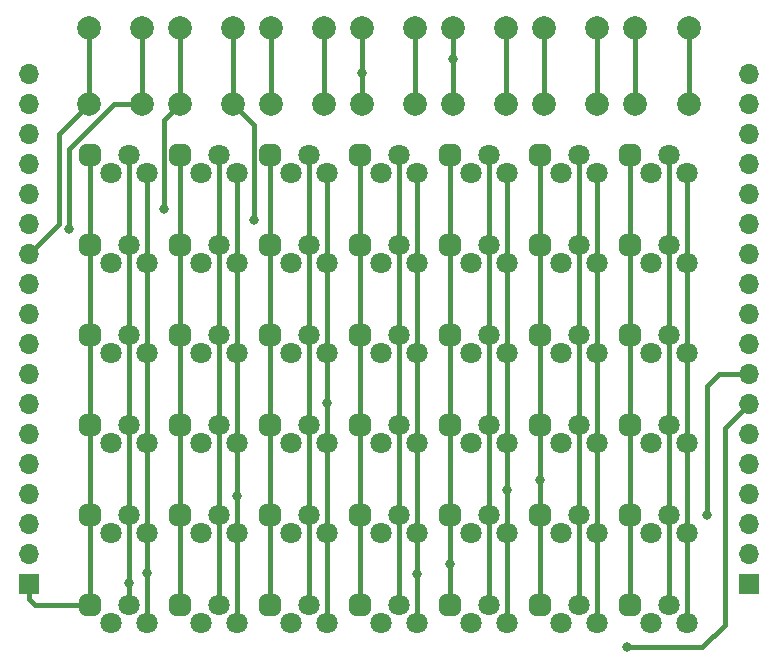
<source format=gbr>
G04 #@! TF.GenerationSoftware,KiCad,Pcbnew,(5.99.0-9618-g5ca7a2c457)*
G04 #@! TF.CreationDate,2021-03-10T22:29:08-05:00*
G04 #@! TF.ProjectId,PCB,5043422e-6b69-4636-9164-5f7063625858,rev?*
G04 #@! TF.SameCoordinates,Original*
G04 #@! TF.FileFunction,Copper,L2,Bot*
G04 #@! TF.FilePolarity,Positive*
%FSLAX46Y46*%
G04 Gerber Fmt 4.6, Leading zero omitted, Abs format (unit mm)*
G04 Created by KiCad (PCBNEW (5.99.0-9618-g5ca7a2c457)) date 2021-03-10 22:29:08*
%MOMM*%
%LPD*%
G01*
G04 APERTURE LIST*
G04 Aperture macros list*
%AMRoundRect*
0 Rectangle with rounded corners*
0 $1 Rounding radius*
0 $2 $3 $4 $5 $6 $7 $8 $9 X,Y pos of 4 corners*
0 Add a 4 corners polygon primitive as box body*
4,1,4,$2,$3,$4,$5,$6,$7,$8,$9,$2,$3,0*
0 Add four circle primitives for the rounded corners*
1,1,$1+$1,$2,$3*
1,1,$1+$1,$4,$5*
1,1,$1+$1,$6,$7*
1,1,$1+$1,$8,$9*
0 Add four rect primitives between the rounded corners*
20,1,$1+$1,$2,$3,$4,$5,0*
20,1,$1+$1,$4,$5,$6,$7,0*
20,1,$1+$1,$6,$7,$8,$9,0*
20,1,$1+$1,$8,$9,$2,$3,0*%
G04 Aperture macros list end*
G04 #@! TA.AperFunction,ComponentPad*
%ADD10C,2.000000*%
G04 #@! TD*
G04 #@! TA.AperFunction,ComponentPad*
%ADD11O,1.700000X1.700000*%
G04 #@! TD*
G04 #@! TA.AperFunction,ComponentPad*
%ADD12R,1.700000X1.700000*%
G04 #@! TD*
G04 #@! TA.AperFunction,ComponentPad*
%ADD13RoundRect,0.450000X-0.450000X-0.450000X0.450000X-0.450000X0.450000X0.450000X-0.450000X0.450000X0*%
G04 #@! TD*
G04 #@! TA.AperFunction,ComponentPad*
%ADD14C,1.800000*%
G04 #@! TD*
G04 #@! TA.AperFunction,ViaPad*
%ADD15C,0.812800*%
G04 #@! TD*
G04 #@! TA.AperFunction,Conductor*
%ADD16C,0.381000*%
G04 #@! TD*
G04 APERTURE END LIST*
D10*
X236800000Y-53190000D03*
X241300000Y-53190000D03*
X236800000Y-59690000D03*
X241300000Y-59690000D03*
X229083330Y-53190000D03*
X233583330Y-53190000D03*
X229083330Y-59690000D03*
X233583330Y-59690000D03*
X221366664Y-53190000D03*
X225866664Y-53190000D03*
X221366664Y-59690000D03*
X225866664Y-59690000D03*
X213649998Y-53190000D03*
X218149998Y-53190000D03*
X213649998Y-59690000D03*
X218149998Y-59690000D03*
X205933332Y-53190000D03*
X210433332Y-53190000D03*
X205933332Y-59690000D03*
X210433332Y-59690000D03*
X198216666Y-53190000D03*
X202716666Y-53190000D03*
X198216666Y-59690000D03*
X202716666Y-59690000D03*
X190500000Y-53190000D03*
X195000000Y-53190000D03*
X190500000Y-59690000D03*
X195000000Y-59690000D03*
D11*
X246380000Y-57150000D03*
X246380000Y-59690000D03*
X246380000Y-62230000D03*
X246380000Y-64770000D03*
X246380000Y-67310000D03*
X246380000Y-69850000D03*
X246380000Y-72390000D03*
X246380000Y-74930000D03*
X246380000Y-77470000D03*
X246380000Y-80010000D03*
X246380000Y-82550000D03*
X246380000Y-85090000D03*
X246380000Y-87630000D03*
X246380000Y-90170000D03*
X246380000Y-92710000D03*
X246380000Y-95250000D03*
X246380000Y-97790000D03*
D12*
X246380000Y-100330000D03*
D11*
X185420000Y-57150000D03*
X185420000Y-59690000D03*
X185420000Y-62230000D03*
X185420000Y-64770000D03*
X185420000Y-67310000D03*
X185420000Y-69850000D03*
X185420000Y-72390000D03*
X185420000Y-74930000D03*
X185420000Y-77470000D03*
X185420000Y-80010000D03*
X185420000Y-82550000D03*
X185420000Y-85090000D03*
X185420000Y-87630000D03*
X185420000Y-90170000D03*
X185420000Y-92710000D03*
X185420000Y-95250000D03*
X185420000Y-97790000D03*
D12*
X185420000Y-100330000D03*
D13*
X205867000Y-102108000D03*
D14*
X207645000Y-103632000D03*
X209169000Y-102108000D03*
X210693000Y-103632000D03*
D13*
X236347000Y-102108000D03*
D14*
X238125000Y-103632000D03*
X239649000Y-102108000D03*
X241173000Y-103632000D03*
D13*
X228727000Y-102108000D03*
D14*
X230505000Y-103632000D03*
X232029000Y-102108000D03*
X233553000Y-103632000D03*
D13*
X221107000Y-102108000D03*
D14*
X222885000Y-103632000D03*
X224409000Y-102108000D03*
X225933000Y-103632000D03*
D13*
X213487000Y-102108000D03*
D14*
X215265000Y-103632000D03*
X216789000Y-102108000D03*
X218313000Y-103632000D03*
D13*
X198247000Y-102108000D03*
D14*
X200025000Y-103632000D03*
X201549000Y-102108000D03*
X203073000Y-103632000D03*
D13*
X190627000Y-102108000D03*
D14*
X192405000Y-103632000D03*
X193929000Y-102108000D03*
X195453000Y-103632000D03*
D13*
X236347000Y-94488000D03*
D14*
X238125000Y-96012000D03*
X239649000Y-94488000D03*
X241173000Y-96012000D03*
D13*
X228727000Y-94488000D03*
D14*
X230505000Y-96012000D03*
X232029000Y-94488000D03*
X233553000Y-96012000D03*
D13*
X221107000Y-94488000D03*
D14*
X222885000Y-96012000D03*
X224409000Y-94488000D03*
X225933000Y-96012000D03*
D13*
X213487000Y-94488000D03*
D14*
X215265000Y-96012000D03*
X216789000Y-94488000D03*
X218313000Y-96012000D03*
D13*
X205867000Y-94488000D03*
D14*
X207645000Y-96012000D03*
X209169000Y-94488000D03*
X210693000Y-96012000D03*
D13*
X198247000Y-94488000D03*
D14*
X200025000Y-96012000D03*
X201549000Y-94488000D03*
X203073000Y-96012000D03*
D13*
X190627000Y-94488000D03*
D14*
X192405000Y-96012000D03*
X193929000Y-94488000D03*
X195453000Y-96012000D03*
D13*
X236347000Y-86868000D03*
D14*
X238125000Y-88392000D03*
X239649000Y-86868000D03*
X241173000Y-88392000D03*
D13*
X228727000Y-86868000D03*
D14*
X230505000Y-88392000D03*
X232029000Y-86868000D03*
X233553000Y-88392000D03*
D13*
X221107000Y-86868000D03*
D14*
X222885000Y-88392000D03*
X224409000Y-86868000D03*
X225933000Y-88392000D03*
D13*
X213487000Y-86868000D03*
D14*
X215265000Y-88392000D03*
X216789000Y-86868000D03*
X218313000Y-88392000D03*
D13*
X205867000Y-86868000D03*
D14*
X207645000Y-88392000D03*
X209169000Y-86868000D03*
X210693000Y-88392000D03*
D13*
X198247000Y-86868000D03*
D14*
X200025000Y-88392000D03*
X201549000Y-86868000D03*
X203073000Y-88392000D03*
D13*
X190627000Y-86868000D03*
D14*
X192405000Y-88392000D03*
X193929000Y-86868000D03*
X195453000Y-88392000D03*
D13*
X236347000Y-79248000D03*
D14*
X238125000Y-80772000D03*
X239649000Y-79248000D03*
X241173000Y-80772000D03*
D13*
X228727000Y-79248000D03*
D14*
X230505000Y-80772000D03*
X232029000Y-79248000D03*
X233553000Y-80772000D03*
D13*
X221107000Y-79248000D03*
D14*
X222885000Y-80772000D03*
X224409000Y-79248000D03*
X225933000Y-80772000D03*
D13*
X213487000Y-79248000D03*
D14*
X215265000Y-80772000D03*
X216789000Y-79248000D03*
X218313000Y-80772000D03*
D13*
X205867000Y-79248000D03*
D14*
X207645000Y-80772000D03*
X209169000Y-79248000D03*
X210693000Y-80772000D03*
D13*
X198247000Y-79248000D03*
D14*
X200025000Y-80772000D03*
X201549000Y-79248000D03*
X203073000Y-80772000D03*
D13*
X190627000Y-79248000D03*
D14*
X192405000Y-80772000D03*
X193929000Y-79248000D03*
X195453000Y-80772000D03*
D13*
X236347000Y-71628000D03*
D14*
X238125000Y-73152000D03*
X239649000Y-71628000D03*
X241173000Y-73152000D03*
D13*
X228727000Y-71628000D03*
D14*
X230505000Y-73152000D03*
X232029000Y-71628000D03*
X233553000Y-73152000D03*
D13*
X221107000Y-71628000D03*
D14*
X222885000Y-73152000D03*
X224409000Y-71628000D03*
X225933000Y-73152000D03*
D13*
X213487000Y-71628000D03*
D14*
X215265000Y-73152000D03*
X216789000Y-71628000D03*
X218313000Y-73152000D03*
D13*
X205867000Y-71628000D03*
D14*
X207645000Y-73152000D03*
X209169000Y-71628000D03*
X210693000Y-73152000D03*
D13*
X198247000Y-71628000D03*
D14*
X200025000Y-73152000D03*
X201549000Y-71628000D03*
X203073000Y-73152000D03*
D13*
X190627000Y-71628000D03*
D14*
X192405000Y-73152000D03*
X193929000Y-71628000D03*
X195453000Y-73152000D03*
D13*
X236347000Y-64008000D03*
D14*
X238125000Y-65532000D03*
X239649000Y-64008000D03*
X241173000Y-65532000D03*
D13*
X228727000Y-64008000D03*
D14*
X230505000Y-65532000D03*
X232029000Y-64008000D03*
X233553000Y-65532000D03*
D13*
X221107000Y-64008000D03*
D14*
X222885000Y-65532000D03*
X224409000Y-64008000D03*
X225933000Y-65532000D03*
D13*
X213487000Y-64008000D03*
D14*
X215265000Y-65532000D03*
X216789000Y-64008000D03*
X218313000Y-65532000D03*
D13*
X205867000Y-64008000D03*
D14*
X207645000Y-65532000D03*
X209169000Y-64008000D03*
X210693000Y-65532000D03*
D13*
X198247000Y-64008000D03*
D14*
X200025000Y-65532000D03*
X201549000Y-64008000D03*
X203073000Y-65532000D03*
D13*
X190627000Y-64008000D03*
D14*
X192405000Y-65532000D03*
X193929000Y-64008000D03*
X195453000Y-65532000D03*
D15*
X242824000Y-94488000D03*
X236093000Y-105664000D03*
X221107000Y-98647300D03*
X218313000Y-99441000D03*
X210693000Y-84963000D03*
X203073000Y-92837000D03*
X195453000Y-99345700D03*
X193929000Y-100203000D03*
X228727000Y-91535300D03*
X225933000Y-92329000D03*
X221361000Y-55880000D03*
X213614000Y-57054710D03*
X196850000Y-68580000D03*
X204470000Y-69469000D03*
X188849000Y-70231000D03*
D16*
X221107000Y-64008000D02*
X221107000Y-102108000D01*
X221361000Y-55880000D02*
X221361000Y-53269000D01*
X221361000Y-53269000D02*
X221282000Y-53190000D01*
X221361000Y-55880000D02*
X221361000Y-59611000D01*
X221361000Y-59611000D02*
X221282000Y-59690000D01*
X246380000Y-82550000D02*
X243840000Y-82550000D01*
X243840000Y-82550000D02*
X242824000Y-83566000D01*
X242824000Y-83566000D02*
X242824000Y-94488000D01*
X246380000Y-85090000D02*
X244348000Y-87122000D01*
X244348000Y-87122000D02*
X244348000Y-103759000D01*
X244348000Y-103759000D02*
X242443000Y-105664000D01*
X242443000Y-105664000D02*
X236093000Y-105664000D01*
X224409000Y-102108000D02*
X224409000Y-64008000D01*
X218313000Y-103632000D02*
X218313000Y-99441000D01*
X218313000Y-99441000D02*
X218313000Y-65532000D01*
X216789000Y-64008000D02*
X216789000Y-102108000D01*
X213487000Y-102108000D02*
X213487000Y-64008000D01*
X210693000Y-65532000D02*
X210693000Y-84963000D01*
X210693000Y-84963000D02*
X210693000Y-103632000D01*
X209169000Y-64008000D02*
X209169000Y-102108000D01*
X205867000Y-101208000D02*
X205867000Y-64008000D01*
X205867000Y-102108000D02*
X205867000Y-101208000D01*
X203073000Y-65532000D02*
X203073000Y-92837000D01*
X203073000Y-92837000D02*
X203073000Y-103632000D01*
X201549000Y-102108000D02*
X201549000Y-64008000D01*
X198247000Y-64008000D02*
X198247000Y-102108000D01*
X195453000Y-103632000D02*
X195453000Y-65532000D01*
X193929000Y-65141322D02*
X193929000Y-64008000D01*
X193929000Y-102108000D02*
X193929000Y-100203000D01*
X193929000Y-100203000D02*
X193929000Y-65141322D01*
X190627000Y-64008000D02*
X190627000Y-102108000D01*
X189727000Y-102108000D02*
X190627000Y-102108000D01*
X185967000Y-102108000D02*
X189727000Y-102108000D01*
X185420000Y-101561000D02*
X185967000Y-102108000D01*
X185420000Y-100330000D02*
X185420000Y-101561000D01*
X241173000Y-103632000D02*
X241173000Y-65532000D01*
X239649000Y-64008000D02*
X239649000Y-102108000D01*
X236347000Y-102108000D02*
X236347000Y-64008000D01*
X233553000Y-103632000D02*
X233553000Y-65532000D01*
X232029000Y-102108000D02*
X232029000Y-64008000D01*
X228727000Y-101208000D02*
X228727000Y-64008000D01*
X228727000Y-102108000D02*
X228727000Y-101208000D01*
X225933000Y-92202000D02*
X225933000Y-92329000D01*
X225933000Y-103632000D02*
X225933000Y-92329000D01*
X225933000Y-65532000D02*
X225933000Y-92202000D01*
X236800000Y-53317000D02*
X236673000Y-53190000D01*
X236800000Y-59563000D02*
X236800000Y-53317000D01*
X236673000Y-59690000D02*
X236800000Y-59563000D01*
X228977500Y-59690000D02*
X229083330Y-59690000D01*
X229083330Y-53295830D02*
X228977500Y-53190000D01*
X229083330Y-59690000D02*
X229083330Y-53295830D01*
X213586500Y-53190000D02*
X213614000Y-53217500D01*
X213614000Y-59662500D02*
X213614000Y-57054710D01*
X213586500Y-59690000D02*
X213614000Y-59662500D01*
X213614000Y-53217500D02*
X213614000Y-57054710D01*
X205933332Y-53232332D02*
X205891000Y-53190000D01*
X205933332Y-59647668D02*
X205933332Y-53232332D01*
X205891000Y-59690000D02*
X205933332Y-59647668D01*
X198216666Y-59668834D02*
X196850000Y-61035500D01*
X196850000Y-61035500D02*
X196850000Y-68580000D01*
X198216666Y-53211166D02*
X198216666Y-59668834D01*
X198195500Y-53190000D02*
X198216666Y-53211166D01*
X190500000Y-58275787D02*
X190500000Y-53190000D01*
X190500000Y-59690000D02*
X190500000Y-58275787D01*
X189500001Y-60689999D02*
X190500000Y-59690000D01*
X187960000Y-62230000D02*
X189500001Y-60689999D01*
X185420000Y-72390000D02*
X187960000Y-69850000D01*
X187960000Y-69850000D02*
X187960000Y-62230000D01*
X192628406Y-59690000D02*
X188849000Y-63469406D01*
X188849000Y-69665315D02*
X188849000Y-70231000D01*
X195000000Y-59690000D02*
X192628406Y-59690000D01*
X188849000Y-63469406D02*
X188849000Y-69665315D01*
X241300000Y-53317000D02*
X241173000Y-53190000D01*
X241300000Y-59563000D02*
X241300000Y-53317000D01*
X241173000Y-59690000D02*
X241300000Y-59563000D01*
X195000000Y-59690000D02*
X195000000Y-53190000D01*
X210433332Y-53232332D02*
X210391000Y-53190000D01*
X210433332Y-59647668D02*
X210433332Y-53232332D01*
X210391000Y-59690000D02*
X210433332Y-59647668D01*
X202695500Y-59690000D02*
X202695500Y-58275787D01*
X204470000Y-61464500D02*
X202695500Y-59690000D01*
X202695500Y-58275787D02*
X202695500Y-53190000D01*
X204470000Y-69469000D02*
X204470000Y-61464500D01*
X218149998Y-53253498D02*
X218086500Y-53190000D01*
X218149998Y-59626502D02*
X218149998Y-53253498D01*
X218086500Y-59690000D02*
X218149998Y-59626502D01*
X225866664Y-53274664D02*
X225782000Y-53190000D01*
X225866664Y-59690000D02*
X225866664Y-53274664D01*
X225782000Y-59690000D02*
X225866664Y-59690000D01*
X233583330Y-53295830D02*
X233477500Y-53190000D01*
X233583330Y-59584170D02*
X233583330Y-53295830D01*
X233477500Y-59690000D02*
X233583330Y-59584170D01*
M02*

</source>
